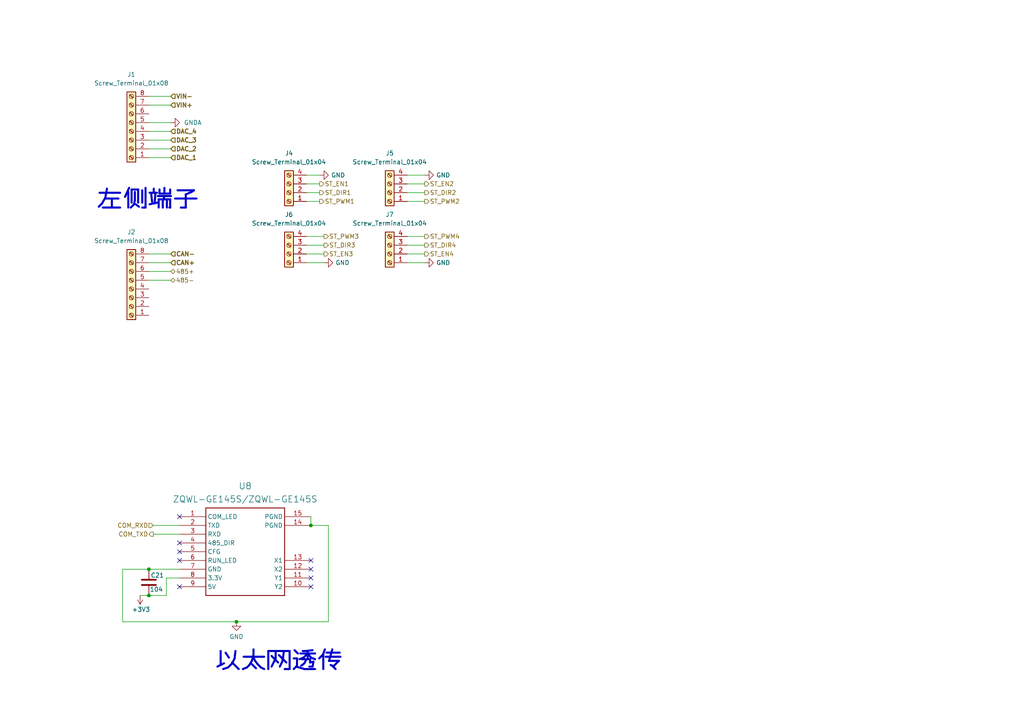
<source format=kicad_sch>
(kicad_sch
	(version 20231120)
	(generator "eeschema")
	(generator_version "8.0")
	(uuid "6f39f9fc-c2ed-40c0-aedd-5f66c3a66448")
	(paper "A4")
	(lib_symbols
		(symbol "Connector:Screw_Terminal_01x04"
			(pin_names
				(offset 1.016) hide)
			(exclude_from_sim no)
			(in_bom yes)
			(on_board yes)
			(property "Reference" "J"
				(at 0 5.08 0)
				(effects
					(font
						(size 1.27 1.27)
					)
				)
			)
			(property "Value" "Screw_Terminal_01x04"
				(at 0 -7.62 0)
				(effects
					(font
						(size 1.27 1.27)
					)
				)
			)
			(property "Footprint" ""
				(at 0 0 0)
				(effects
					(font
						(size 1.27 1.27)
					)
					(hide yes)
				)
			)
			(property "Datasheet" "~"
				(at 0 0 0)
				(effects
					(font
						(size 1.27 1.27)
					)
					(hide yes)
				)
			)
			(property "Description" "Generic screw terminal, single row, 01x04, script generated (kicad-library-utils/schlib/autogen/connector/)"
				(at 0 0 0)
				(effects
					(font
						(size 1.27 1.27)
					)
					(hide yes)
				)
			)
			(property "ki_keywords" "screw terminal"
				(at 0 0 0)
				(effects
					(font
						(size 1.27 1.27)
					)
					(hide yes)
				)
			)
			(property "ki_fp_filters" "TerminalBlock*:*"
				(at 0 0 0)
				(effects
					(font
						(size 1.27 1.27)
					)
					(hide yes)
				)
			)
			(symbol "Screw_Terminal_01x04_1_1"
				(rectangle
					(start -1.27 3.81)
					(end 1.27 -6.35)
					(stroke
						(width 0.254)
						(type default)
					)
					(fill
						(type background)
					)
				)
				(circle
					(center 0 -5.08)
					(radius 0.635)
					(stroke
						(width 0.1524)
						(type default)
					)
					(fill
						(type none)
					)
				)
				(circle
					(center 0 -2.54)
					(radius 0.635)
					(stroke
						(width 0.1524)
						(type default)
					)
					(fill
						(type none)
					)
				)
				(polyline
					(pts
						(xy -0.5334 -4.7498) (xy 0.3302 -5.588)
					)
					(stroke
						(width 0.1524)
						(type default)
					)
					(fill
						(type none)
					)
				)
				(polyline
					(pts
						(xy -0.5334 -2.2098) (xy 0.3302 -3.048)
					)
					(stroke
						(width 0.1524)
						(type default)
					)
					(fill
						(type none)
					)
				)
				(polyline
					(pts
						(xy -0.5334 0.3302) (xy 0.3302 -0.508)
					)
					(stroke
						(width 0.1524)
						(type default)
					)
					(fill
						(type none)
					)
				)
				(polyline
					(pts
						(xy -0.5334 2.8702) (xy 0.3302 2.032)
					)
					(stroke
						(width 0.1524)
						(type default)
					)
					(fill
						(type none)
					)
				)
				(polyline
					(pts
						(xy -0.3556 -4.572) (xy 0.508 -5.4102)
					)
					(stroke
						(width 0.1524)
						(type default)
					)
					(fill
						(type none)
					)
				)
				(polyline
					(pts
						(xy -0.3556 -2.032) (xy 0.508 -2.8702)
					)
					(stroke
						(width 0.1524)
						(type default)
					)
					(fill
						(type none)
					)
				)
				(polyline
					(pts
						(xy -0.3556 0.508) (xy 0.508 -0.3302)
					)
					(stroke
						(width 0.1524)
						(type default)
					)
					(fill
						(type none)
					)
				)
				(polyline
					(pts
						(xy -0.3556 3.048) (xy 0.508 2.2098)
					)
					(stroke
						(width 0.1524)
						(type default)
					)
					(fill
						(type none)
					)
				)
				(circle
					(center 0 0)
					(radius 0.635)
					(stroke
						(width 0.1524)
						(type default)
					)
					(fill
						(type none)
					)
				)
				(circle
					(center 0 2.54)
					(radius 0.635)
					(stroke
						(width 0.1524)
						(type default)
					)
					(fill
						(type none)
					)
				)
				(pin passive line
					(at -5.08 2.54 0)
					(length 3.81)
					(name "Pin_1"
						(effects
							(font
								(size 1.27 1.27)
							)
						)
					)
					(number "1"
						(effects
							(font
								(size 1.27 1.27)
							)
						)
					)
				)
				(pin passive line
					(at -5.08 0 0)
					(length 3.81)
					(name "Pin_2"
						(effects
							(font
								(size 1.27 1.27)
							)
						)
					)
					(number "2"
						(effects
							(font
								(size 1.27 1.27)
							)
						)
					)
				)
				(pin passive line
					(at -5.08 -2.54 0)
					(length 3.81)
					(name "Pin_3"
						(effects
							(font
								(size 1.27 1.27)
							)
						)
					)
					(number "3"
						(effects
							(font
								(size 1.27 1.27)
							)
						)
					)
				)
				(pin passive line
					(at -5.08 -5.08 0)
					(length 3.81)
					(name "Pin_4"
						(effects
							(font
								(size 1.27 1.27)
							)
						)
					)
					(number "4"
						(effects
							(font
								(size 1.27 1.27)
							)
						)
					)
				)
			)
		)
		(symbol "Connector:Screw_Terminal_01x08"
			(pin_names
				(offset 1.016) hide)
			(exclude_from_sim no)
			(in_bom yes)
			(on_board yes)
			(property "Reference" "J"
				(at 0 10.16 0)
				(effects
					(font
						(size 1.27 1.27)
					)
				)
			)
			(property "Value" "Screw_Terminal_01x08"
				(at 0 -12.7 0)
				(effects
					(font
						(size 1.27 1.27)
					)
				)
			)
			(property "Footprint" ""
				(at 0 0 0)
				(effects
					(font
						(size 1.27 1.27)
					)
					(hide yes)
				)
			)
			(property "Datasheet" "~"
				(at 0 0 0)
				(effects
					(font
						(size 1.27 1.27)
					)
					(hide yes)
				)
			)
			(property "Description" "Generic screw terminal, single row, 01x08, script generated (kicad-library-utils/schlib/autogen/connector/)"
				(at 0 0 0)
				(effects
					(font
						(size 1.27 1.27)
					)
					(hide yes)
				)
			)
			(property "ki_keywords" "screw terminal"
				(at 0 0 0)
				(effects
					(font
						(size 1.27 1.27)
					)
					(hide yes)
				)
			)
			(property "ki_fp_filters" "TerminalBlock*:*"
				(at 0 0 0)
				(effects
					(font
						(size 1.27 1.27)
					)
					(hide yes)
				)
			)
			(symbol "Screw_Terminal_01x08_1_1"
				(rectangle
					(start -1.27 8.89)
					(end 1.27 -11.43)
					(stroke
						(width 0.254)
						(type default)
					)
					(fill
						(type background)
					)
				)
				(circle
					(center 0 -10.16)
					(radius 0.635)
					(stroke
						(width 0.1524)
						(type default)
					)
					(fill
						(type none)
					)
				)
				(circle
					(center 0 -7.62)
					(radius 0.635)
					(stroke
						(width 0.1524)
						(type default)
					)
					(fill
						(type none)
					)
				)
				(circle
					(center 0 -5.08)
					(radius 0.635)
					(stroke
						(width 0.1524)
						(type default)
					)
					(fill
						(type none)
					)
				)
				(circle
					(center 0 -2.54)
					(radius 0.635)
					(stroke
						(width 0.1524)
						(type default)
					)
					(fill
						(type none)
					)
				)
				(polyline
					(pts
						(xy -0.5334 -9.8298) (xy 0.3302 -10.668)
					)
					(stroke
						(width 0.1524)
						(type default)
					)
					(fill
						(type none)
					)
				)
				(polyline
					(pts
						(xy -0.5334 -7.2898) (xy 0.3302 -8.128)
					)
					(stroke
						(width 0.1524)
						(type default)
					)
					(fill
						(type none)
					)
				)
				(polyline
					(pts
						(xy -0.5334 -4.7498) (xy 0.3302 -5.588)
					)
					(stroke
						(width 0.1524)
						(type default)
					)
					(fill
						(type none)
					)
				)
				(polyline
					(pts
						(xy -0.5334 -2.2098) (xy 0.3302 -3.048)
					)
					(stroke
						(width 0.1524)
						(type default)
					)
					(fill
						(type none)
					)
				)
				(polyline
					(pts
						(xy -0.5334 0.3302) (xy 0.3302 -0.508)
					)
					(stroke
						(width 0.1524)
						(type default)
					)
					(fill
						(type none)
					)
				)
				(polyline
					(pts
						(xy -0.5334 2.8702) (xy 0.3302 2.032)
					)
					(stroke
						(width 0.1524)
						(type default)
					)
					(fill
						(type none)
					)
				)
				(polyline
					(pts
						(xy -0.5334 5.4102) (xy 0.3302 4.572)
					)
					(stroke
						(width 0.1524)
						(type default)
					)
					(fill
						(type none)
					)
				)
				(polyline
					(pts
						(xy -0.5334 7.9502) (xy 0.3302 7.112)
					)
					(stroke
						(width 0.1524)
						(type default)
					)
					(fill
						(type none)
					)
				)
				(polyline
					(pts
						(xy -0.3556 -9.652) (xy 0.508 -10.4902)
					)
					(stroke
						(width 0.1524)
						(type default)
					)
					(fill
						(type none)
					)
				)
				(polyline
					(pts
						(xy -0.3556 -7.112) (xy 0.508 -7.9502)
					)
					(stroke
						(width 0.1524)
						(type default)
					)
					(fill
						(type none)
					)
				)
				(polyline
					(pts
						(xy -0.3556 -4.572) (xy 0.508 -5.4102)
					)
					(stroke
						(width 0.1524)
						(type default)
					)
					(fill
						(type none)
					)
				)
				(polyline
					(pts
						(xy -0.3556 -2.032) (xy 0.508 -2.8702)
					)
					(stroke
						(width 0.1524)
						(type default)
					)
					(fill
						(type none)
					)
				)
				(polyline
					(pts
						(xy -0.3556 0.508) (xy 0.508 -0.3302)
					)
					(stroke
						(width 0.1524)
						(type default)
					)
					(fill
						(type none)
					)
				)
				(polyline
					(pts
						(xy -0.3556 3.048) (xy 0.508 2.2098)
					)
					(stroke
						(width 0.1524)
						(type default)
					)
					(fill
						(type none)
					)
				)
				(polyline
					(pts
						(xy -0.3556 5.588) (xy 0.508 4.7498)
					)
					(stroke
						(width 0.1524)
						(type default)
					)
					(fill
						(type none)
					)
				)
				(polyline
					(pts
						(xy -0.3556 8.128) (xy 0.508 7.2898)
					)
					(stroke
						(width 0.1524)
						(type default)
					)
					(fill
						(type none)
					)
				)
				(circle
					(center 0 0)
					(radius 0.635)
					(stroke
						(width 0.1524)
						(type default)
					)
					(fill
						(type none)
					)
				)
				(circle
					(center 0 2.54)
					(radius 0.635)
					(stroke
						(width 0.1524)
						(type default)
					)
					(fill
						(type none)
					)
				)
				(circle
					(center 0 5.08)
					(radius 0.635)
					(stroke
						(width 0.1524)
						(type default)
					)
					(fill
						(type none)
					)
				)
				(circle
					(center 0 7.62)
					(radius 0.635)
					(stroke
						(width 0.1524)
						(type default)
					)
					(fill
						(type none)
					)
				)
				(pin passive line
					(at -5.08 7.62 0)
					(length 3.81)
					(name "Pin_1"
						(effects
							(font
								(size 1.27 1.27)
							)
						)
					)
					(number "1"
						(effects
							(font
								(size 1.27 1.27)
							)
						)
					)
				)
				(pin passive line
					(at -5.08 5.08 0)
					(length 3.81)
					(name "Pin_2"
						(effects
							(font
								(size 1.27 1.27)
							)
						)
					)
					(number "2"
						(effects
							(font
								(size 1.27 1.27)
							)
						)
					)
				)
				(pin passive line
					(at -5.08 2.54 0)
					(length 3.81)
					(name "Pin_3"
						(effects
							(font
								(size 1.27 1.27)
							)
						)
					)
					(number "3"
						(effects
							(font
								(size 1.27 1.27)
							)
						)
					)
				)
				(pin passive line
					(at -5.08 0 0)
					(length 3.81)
					(name "Pin_4"
						(effects
							(font
								(size 1.27 1.27)
							)
						)
					)
					(number "4"
						(effects
							(font
								(size 1.27 1.27)
							)
						)
					)
				)
				(pin passive line
					(at -5.08 -2.54 0)
					(length 3.81)
					(name "Pin_5"
						(effects
							(font
								(size 1.27 1.27)
							)
						)
					)
					(number "5"
						(effects
							(font
								(size 1.27 1.27)
							)
						)
					)
				)
				(pin passive line
					(at -5.08 -5.08 0)
					(length 3.81)
					(name "Pin_6"
						(effects
							(font
								(size 1.27 1.27)
							)
						)
					)
					(number "6"
						(effects
							(font
								(size 1.27 1.27)
							)
						)
					)
				)
				(pin passive line
					(at -5.08 -7.62 0)
					(length 3.81)
					(name "Pin_7"
						(effects
							(font
								(size 1.27 1.27)
							)
						)
					)
					(number "7"
						(effects
							(font
								(size 1.27 1.27)
							)
						)
					)
				)
				(pin passive line
					(at -5.08 -10.16 0)
					(length 3.81)
					(name "Pin_8"
						(effects
							(font
								(size 1.27 1.27)
							)
						)
					)
					(number "8"
						(effects
							(font
								(size 1.27 1.27)
							)
						)
					)
				)
			)
		)
		(symbol "Device:C"
			(pin_numbers hide)
			(pin_names
				(offset 0.254)
			)
			(exclude_from_sim no)
			(in_bom yes)
			(on_board yes)
			(property "Reference" "C"
				(at 0.635 2.54 0)
				(effects
					(font
						(size 1.27 1.27)
					)
					(justify left)
				)
			)
			(property "Value" "C"
				(at 0.635 -2.54 0)
				(effects
					(font
						(size 1.27 1.27)
					)
					(justify left)
				)
			)
			(property "Footprint" ""
				(at 0.9652 -3.81 0)
				(effects
					(font
						(size 1.27 1.27)
					)
					(hide yes)
				)
			)
			(property "Datasheet" "~"
				(at 0 0 0)
				(effects
					(font
						(size 1.27 1.27)
					)
					(hide yes)
				)
			)
			(property "Description" "Unpolarized capacitor"
				(at 0 0 0)
				(effects
					(font
						(size 1.27 1.27)
					)
					(hide yes)
				)
			)
			(property "ki_keywords" "cap capacitor"
				(at 0 0 0)
				(effects
					(font
						(size 1.27 1.27)
					)
					(hide yes)
				)
			)
			(property "ki_fp_filters" "C_*"
				(at 0 0 0)
				(effects
					(font
						(size 1.27 1.27)
					)
					(hide yes)
				)
			)
			(symbol "C_0_1"
				(polyline
					(pts
						(xy -2.032 -0.762) (xy 2.032 -0.762)
					)
					(stroke
						(width 0.508)
						(type default)
					)
					(fill
						(type none)
					)
				)
				(polyline
					(pts
						(xy -2.032 0.762) (xy 2.032 0.762)
					)
					(stroke
						(width 0.508)
						(type default)
					)
					(fill
						(type none)
					)
				)
			)
			(symbol "C_1_1"
				(pin passive line
					(at 0 3.81 270)
					(length 2.794)
					(name "~"
						(effects
							(font
								(size 1.27 1.27)
							)
						)
					)
					(number "1"
						(effects
							(font
								(size 1.27 1.27)
							)
						)
					)
				)
				(pin passive line
					(at 0 -3.81 90)
					(length 2.794)
					(name "~"
						(effects
							(font
								(size 1.27 1.27)
							)
						)
					)
					(number "2"
						(effects
							(font
								(size 1.27 1.27)
							)
						)
					)
				)
			)
		)
		(symbol "MY_Library:ZQWL-GE145S/ZQWL-GE145S"
			(exclude_from_sim no)
			(in_bom yes)
			(on_board yes)
			(property "Reference" "U"
				(at -1.27 1.27 0)
				(effects
					(font
						(size 1.8288 1.8288)
					)
				)
			)
			(property "Value" "ZQWL-GE145S/ZQWL-GE145S"
				(at 1.016 3.302 0)
				(effects
					(font
						(size 1.8288 1.8288)
					)
					(justify left bottom)
				)
			)
			(property "Footprint" "MYLibrary:ZQWL-GE145S_ZQWL-GE105S"
				(at 0 0 0)
				(effects
					(font
						(size 1.27 1.27)
					)
					(hide yes)
				)
			)
			(property "Datasheet" ""
				(at 0 0 0)
				(effects
					(font
						(size 1.27 1.27)
					)
					(hide yes)
				)
			)
			(property "Description" ""
				(at 0 0 0)
				(effects
					(font
						(size 1.27 1.27)
					)
					(hide yes)
				)
			)
			(property "ki_fp_filters" "*GE145S*"
				(at 0 0 0)
				(effects
					(font
						(size 1.27 1.27)
					)
					(hide yes)
				)
			)
			(symbol "ZQWL-GE145S/ZQWL-GE145S_1_0"
				(polyline
					(pts
						(xy 22.86 -25.4) (xy 0 -25.4) (xy 0 0) (xy 22.86 0) (xy 22.86 -25.4)
					)
					(stroke
						(width 0.254)
						(type solid)
					)
					(fill
						(type none)
					)
				)
				(pin passive line
					(at -7.62 -2.54 0)
					(length 7.62)
					(name "COM_LED"
						(effects
							(font
								(size 1.27 1.27)
							)
						)
					)
					(number "1"
						(effects
							(font
								(size 1.27 1.27)
							)
						)
					)
				)
				(pin passive line
					(at 30.48 -22.86 180)
					(length 7.62)
					(name "Y2"
						(effects
							(font
								(size 1.27 1.27)
							)
						)
					)
					(number "10"
						(effects
							(font
								(size 1.27 1.27)
							)
						)
					)
				)
				(pin passive line
					(at 30.48 -20.32 180)
					(length 7.62)
					(name "Y1"
						(effects
							(font
								(size 1.27 1.27)
							)
						)
					)
					(number "11"
						(effects
							(font
								(size 1.27 1.27)
							)
						)
					)
				)
				(pin passive line
					(at 30.48 -17.78 180)
					(length 7.62)
					(name "X2"
						(effects
							(font
								(size 1.27 1.27)
							)
						)
					)
					(number "12"
						(effects
							(font
								(size 1.27 1.27)
							)
						)
					)
				)
				(pin passive line
					(at 30.48 -15.24 180)
					(length 7.62)
					(name "X1"
						(effects
							(font
								(size 1.27 1.27)
							)
						)
					)
					(number "13"
						(effects
							(font
								(size 1.27 1.27)
							)
						)
					)
				)
				(pin passive line
					(at 30.48 -5.08 180)
					(length 7.62)
					(name "PGND"
						(effects
							(font
								(size 1.27 1.27)
							)
						)
					)
					(number "14"
						(effects
							(font
								(size 1.27 1.27)
							)
						)
					)
				)
				(pin passive line
					(at 30.48 -2.54 180)
					(length 7.62)
					(name "PGND"
						(effects
							(font
								(size 1.27 1.27)
							)
						)
					)
					(number "15"
						(effects
							(font
								(size 1.27 1.27)
							)
						)
					)
				)
				(pin passive line
					(at -7.62 -5.08 0)
					(length 7.62)
					(name "TXD"
						(effects
							(font
								(size 1.27 1.27)
							)
						)
					)
					(number "2"
						(effects
							(font
								(size 1.27 1.27)
							)
						)
					)
				)
				(pin passive line
					(at -7.62 -7.62 0)
					(length 7.62)
					(name "RXD"
						(effects
							(font
								(size 1.27 1.27)
							)
						)
					)
					(number "3"
						(effects
							(font
								(size 1.27 1.27)
							)
						)
					)
				)
				(pin passive line
					(at -7.62 -10.16 0)
					(length 7.62)
					(name "485_DIR"
						(effects
							(font
								(size 1.27 1.27)
							)
						)
					)
					(number "4"
						(effects
							(font
								(size 1.27 1.27)
							)
						)
					)
				)
				(pin passive line
					(at -7.62 -12.7 0)
					(length 7.62)
					(name "CFG"
						(effects
							(font
								(size 1.27 1.27)
							)
						)
					)
					(number "5"
						(effects
							(font
								(size 1.27 1.27)
							)
						)
					)
				)
				(pin passive line
					(at -7.62 -15.24 0)
					(length 7.62)
					(name "RUN_LED"
						(effects
							(font
								(size 1.27 1.27)
							)
						)
					)
					(number "6"
						(effects
							(font
								(size 1.27 1.27)
							)
						)
					)
				)
				(pin passive line
					(at -7.62 -17.78 0)
					(length 7.62)
					(name "GND"
						(effects
							(font
								(size 1.27 1.27)
							)
						)
					)
					(number "7"
						(effects
							(font
								(size 1.27 1.27)
							)
						)
					)
				)
				(pin passive line
					(at -7.62 -20.32 0)
					(length 7.62)
					(name "3.3V"
						(effects
							(font
								(size 1.27 1.27)
							)
						)
					)
					(number "8"
						(effects
							(font
								(size 1.27 1.27)
							)
						)
					)
				)
				(pin passive line
					(at -7.62 -22.86 0)
					(length 7.62)
					(name "5V"
						(effects
							(font
								(size 1.27 1.27)
							)
						)
					)
					(number "9"
						(effects
							(font
								(size 1.27 1.27)
							)
						)
					)
				)
			)
		)
		(symbol "power:+3V3"
			(power)
			(pin_names
				(offset 0)
			)
			(exclude_from_sim no)
			(in_bom yes)
			(on_board yes)
			(property "Reference" "#PWR"
				(at 0 -3.81 0)
				(effects
					(font
						(size 1.27 1.27)
					)
					(hide yes)
				)
			)
			(property "Value" "+3V3"
				(at 0 3.556 0)
				(effects
					(font
						(size 1.27 1.27)
					)
				)
			)
			(property "Footprint" ""
				(at 0 0 0)
				(effects
					(font
						(size 1.27 1.27)
					)
					(hide yes)
				)
			)
			(property "Datasheet" ""
				(at 0 0 0)
				(effects
					(font
						(size 1.27 1.27)
					)
					(hide yes)
				)
			)
			(property "Description" "Power symbol creates a global label with name \"+3V3\""
				(at 0 0 0)
				(effects
					(font
						(size 1.27 1.27)
					)
					(hide yes)
				)
			)
			(property "ki_keywords" "global power"
				(at 0 0 0)
				(effects
					(font
						(size 1.27 1.27)
					)
					(hide yes)
				)
			)
			(symbol "+3V3_0_1"
				(polyline
					(pts
						(xy -0.762 1.27) (xy 0 2.54)
					)
					(stroke
						(width 0)
						(type default)
					)
					(fill
						(type none)
					)
				)
				(polyline
					(pts
						(xy 0 0) (xy 0 2.54)
					)
					(stroke
						(width 0)
						(type default)
					)
					(fill
						(type none)
					)
				)
				(polyline
					(pts
						(xy 0 2.54) (xy 0.762 1.27)
					)
					(stroke
						(width 0)
						(type default)
					)
					(fill
						(type none)
					)
				)
			)
			(symbol "+3V3_1_1"
				(pin power_in line
					(at 0 0 90)
					(length 0) hide
					(name "+3V3"
						(effects
							(font
								(size 1.27 1.27)
							)
						)
					)
					(number "1"
						(effects
							(font
								(size 1.27 1.27)
							)
						)
					)
				)
			)
		)
		(symbol "power:GND"
			(power)
			(pin_names
				(offset 0)
			)
			(exclude_from_sim no)
			(in_bom yes)
			(on_board yes)
			(property "Reference" "#PWR"
				(at 0 -6.35 0)
				(effects
					(font
						(size 1.27 1.27)
					)
					(hide yes)
				)
			)
			(property "Value" "GND"
				(at 0 -3.81 0)
				(effects
					(font
						(size 1.27 1.27)
					)
				)
			)
			(property "Footprint" ""
				(at 0 0 0)
				(effects
					(font
						(size 1.27 1.27)
					)
					(hide yes)
				)
			)
			(property "Datasheet" ""
				(at 0 0 0)
				(effects
					(font
						(size 1.27 1.27)
					)
					(hide yes)
				)
			)
			(property "Description" "Power symbol creates a global label with name \"GND\" , ground"
				(at 0 0 0)
				(effects
					(font
						(size 1.27 1.27)
					)
					(hide yes)
				)
			)
			(property "ki_keywords" "global power"
				(at 0 0 0)
				(effects
					(font
						(size 1.27 1.27)
					)
					(hide yes)
				)
			)
			(symbol "GND_0_1"
				(polyline
					(pts
						(xy 0 0) (xy 0 -1.27) (xy 1.27 -1.27) (xy 0 -2.54) (xy -1.27 -1.27) (xy 0 -1.27)
					)
					(stroke
						(width 0)
						(type default)
					)
					(fill
						(type none)
					)
				)
			)
			(symbol "GND_1_1"
				(pin power_in line
					(at 0 0 270)
					(length 0) hide
					(name "GND"
						(effects
							(font
								(size 1.27 1.27)
							)
						)
					)
					(number "1"
						(effects
							(font
								(size 1.27 1.27)
							)
						)
					)
				)
			)
		)
		(symbol "power:GNDA"
			(power)
			(pin_names
				(offset 0)
			)
			(exclude_from_sim no)
			(in_bom yes)
			(on_board yes)
			(property "Reference" "#PWR"
				(at 0 -6.35 0)
				(effects
					(font
						(size 1.27 1.27)
					)
					(hide yes)
				)
			)
			(property "Value" "GNDA"
				(at 0 -3.81 0)
				(effects
					(font
						(size 1.27 1.27)
					)
				)
			)
			(property "Footprint" ""
				(at 0 0 0)
				(effects
					(font
						(size 1.27 1.27)
					)
					(hide yes)
				)
			)
			(property "Datasheet" ""
				(at 0 0 0)
				(effects
					(font
						(size 1.27 1.27)
					)
					(hide yes)
				)
			)
			(property "Description" "Power symbol creates a global label with name \"GNDA\" , analog ground"
				(at 0 0 0)
				(effects
					(font
						(size 1.27 1.27)
					)
					(hide yes)
				)
			)
			(property "ki_keywords" "global power"
				(at 0 0 0)
				(effects
					(font
						(size 1.27 1.27)
					)
					(hide yes)
				)
			)
			(symbol "GNDA_0_1"
				(polyline
					(pts
						(xy 0 0) (xy 0 -1.27) (xy 1.27 -1.27) (xy 0 -2.54) (xy -1.27 -1.27) (xy 0 -1.27)
					)
					(stroke
						(width 0)
						(type default)
					)
					(fill
						(type none)
					)
				)
			)
			(symbol "GNDA_1_1"
				(pin power_in line
					(at 0 0 270)
					(length 0) hide
					(name "GNDA"
						(effects
							(font
								(size 1.27 1.27)
							)
						)
					)
					(number "1"
						(effects
							(font
								(size 1.27 1.27)
							)
						)
					)
				)
			)
		)
	)
	(junction
		(at 90.17 152.4)
		(diameter 0)
		(color 0 0 0 0)
		(uuid "02b12dfe-73c9-423d-9609-28d62b284ad2")
	)
	(junction
		(at 68.58 180.34)
		(diameter 0)
		(color 0 0 0 0)
		(uuid "0d46a90a-88a4-43d7-82d9-f015f4529b74")
	)
	(junction
		(at 43.18 165.1)
		(diameter 0)
		(color 0 0 0 0)
		(uuid "d5d6d5d8-03a1-462a-940d-af310b736e4b")
	)
	(junction
		(at 43.18 172.72)
		(diameter 0)
		(color 0 0 0 0)
		(uuid "d7ab218c-84b4-4fdf-bdb5-27e8e296ec64")
	)
	(no_connect
		(at 52.07 170.18)
		(uuid "0d1aed7b-ce0a-4564-a66a-4eafccb12da2")
	)
	(no_connect
		(at 52.07 160.02)
		(uuid "11b804ee-da22-454d-aab2-7beff6dc24c8")
	)
	(no_connect
		(at 52.07 157.48)
		(uuid "1357f610-44e6-4255-a6d7-70d342dd302e")
	)
	(no_connect
		(at 90.17 167.64)
		(uuid "13bd9b53-fb26-45e8-8fb5-9ac926a2a7e5")
	)
	(no_connect
		(at 90.17 170.18)
		(uuid "2fe423cf-2bef-4523-a579-6d2e680021d6")
	)
	(no_connect
		(at 90.17 162.56)
		(uuid "42327d3d-bbb0-4177-9170-29eb66d2f899")
	)
	(no_connect
		(at 90.17 165.1)
		(uuid "77bc46dd-34d0-4cf4-a21e-de0c9ccefd89")
	)
	(no_connect
		(at 52.07 149.86)
		(uuid "ac234c1e-3a65-45ad-a93c-527a19c9d587")
	)
	(no_connect
		(at 52.07 162.56)
		(uuid "f45e1269-c2c2-4b21-9659-356d10075112")
	)
	(wire
		(pts
			(xy 43.18 27.94) (xy 49.53 27.94)
		)
		(stroke
			(width 0)
			(type default)
		)
		(uuid "00db4c10-d31e-484e-9ac3-cf04e9ef3df9")
	)
	(wire
		(pts
			(xy 88.9 50.8) (xy 92.71 50.8)
		)
		(stroke
			(width 0)
			(type default)
		)
		(uuid "019789db-c4e0-44a3-8b7e-fb9d48668272")
	)
	(wire
		(pts
			(xy 118.11 71.12) (xy 123.19 71.12)
		)
		(stroke
			(width 0)
			(type default)
		)
		(uuid "05637cb8-416b-49a3-ad9d-dceac6d46fb4")
	)
	(wire
		(pts
			(xy 118.11 58.42) (xy 123.19 58.42)
		)
		(stroke
			(width 0)
			(type default)
		)
		(uuid "0fc0c758-e678-4c4e-9932-99bc27c86cb2")
	)
	(wire
		(pts
			(xy 43.18 73.66) (xy 49.53 73.66)
		)
		(stroke
			(width 0)
			(type default)
		)
		(uuid "15798f02-6e37-4137-92bb-98b825f507b9")
	)
	(wire
		(pts
			(xy 40.64 172.72) (xy 43.18 172.72)
		)
		(stroke
			(width 0)
			(type default)
		)
		(uuid "1d3e253d-c396-43b5-aa0a-a09f9b0088f4")
	)
	(wire
		(pts
			(xy 48.26 167.64) (xy 52.07 167.64)
		)
		(stroke
			(width 0)
			(type default)
		)
		(uuid "2601adf1-d8ae-441f-90a8-e95d295b5e69")
	)
	(wire
		(pts
			(xy 43.18 76.2) (xy 49.53 76.2)
		)
		(stroke
			(width 0)
			(type default)
		)
		(uuid "2d9568c6-2abe-40e3-aaf5-0be6a6f1e772")
	)
	(wire
		(pts
			(xy 43.18 40.64) (xy 49.53 40.64)
		)
		(stroke
			(width 0)
			(type default)
		)
		(uuid "383f2bd0-3805-40fa-8f99-be87c652d6a4")
	)
	(wire
		(pts
			(xy 118.11 68.58) (xy 123.19 68.58)
		)
		(stroke
			(width 0)
			(type default)
		)
		(uuid "43e48e4c-b2ce-45a1-af49-b10a1a9e2dcb")
	)
	(wire
		(pts
			(xy 118.11 76.2) (xy 123.19 76.2)
		)
		(stroke
			(width 0)
			(type default)
		)
		(uuid "442be039-c3e3-4aaa-865f-91fb29892fc2")
	)
	(wire
		(pts
			(xy 43.18 35.56) (xy 49.53 35.56)
		)
		(stroke
			(width 0)
			(type default)
		)
		(uuid "486df82b-af22-4dbb-a3ea-074e2bae9aa4")
	)
	(wire
		(pts
			(xy 43.18 38.1) (xy 49.53 38.1)
		)
		(stroke
			(width 0)
			(type default)
		)
		(uuid "51abb11a-f332-48f5-8f71-48e60d0000d7")
	)
	(wire
		(pts
			(xy 88.9 55.88) (xy 92.71 55.88)
		)
		(stroke
			(width 0)
			(type default)
		)
		(uuid "53967be8-4bae-4177-862c-633bf58e76df")
	)
	(wire
		(pts
			(xy 43.18 30.48) (xy 49.53 30.48)
		)
		(stroke
			(width 0)
			(type default)
		)
		(uuid "5fab6319-ec83-4649-a854-27de2fc18be7")
	)
	(wire
		(pts
			(xy 68.58 180.34) (xy 95.25 180.34)
		)
		(stroke
			(width 0)
			(type default)
		)
		(uuid "6ed3f2a9-619e-427b-84df-68d4e1d265ca")
	)
	(wire
		(pts
			(xy 88.9 58.42) (xy 92.71 58.42)
		)
		(stroke
			(width 0)
			(type default)
		)
		(uuid "7408a4a4-3ddf-498a-99bb-716888f89363")
	)
	(wire
		(pts
			(xy 90.17 149.86) (xy 90.17 152.4)
		)
		(stroke
			(width 0)
			(type default)
		)
		(uuid "751ec7fa-8d21-4b1f-bd7a-dbe0f59017d6")
	)
	(wire
		(pts
			(xy 43.18 43.18) (xy 49.53 43.18)
		)
		(stroke
			(width 0)
			(type default)
		)
		(uuid "78d35363-b243-49d9-8ebb-52a310081302")
	)
	(wire
		(pts
			(xy 95.25 152.4) (xy 90.17 152.4)
		)
		(stroke
			(width 0)
			(type default)
		)
		(uuid "791fb4ff-6126-4350-b830-3478e8aab896")
	)
	(wire
		(pts
			(xy 118.11 55.88) (xy 123.19 55.88)
		)
		(stroke
			(width 0)
			(type default)
		)
		(uuid "850e5165-dced-4e48-a50b-714faf6f27cc")
	)
	(wire
		(pts
			(xy 88.9 53.34) (xy 92.71 53.34)
		)
		(stroke
			(width 0)
			(type default)
		)
		(uuid "8ae255e1-b99d-45ca-ae19-4b5e26a33945")
	)
	(wire
		(pts
			(xy 35.56 165.1) (xy 43.18 165.1)
		)
		(stroke
			(width 0)
			(type default)
		)
		(uuid "9a3c429d-894d-4377-a999-6f15ca1dba81")
	)
	(wire
		(pts
			(xy 118.11 53.34) (xy 123.19 53.34)
		)
		(stroke
			(width 0)
			(type default)
		)
		(uuid "a335d16d-97f2-4bbc-b223-7719a5d8961e")
	)
	(wire
		(pts
			(xy 43.18 81.28) (xy 49.53 81.28)
		)
		(stroke
			(width 0)
			(type default)
		)
		(uuid "ab4be7f9-7078-492b-8d2d-06c6dd102fca")
	)
	(wire
		(pts
			(xy 43.18 172.72) (xy 48.26 172.72)
		)
		(stroke
			(width 0)
			(type default)
		)
		(uuid "afead570-0b0d-47f6-b9c8-9b69c9bbcfe4")
	)
	(wire
		(pts
			(xy 43.18 165.1) (xy 52.07 165.1)
		)
		(stroke
			(width 0)
			(type default)
		)
		(uuid "b0ac237e-6a43-4ba3-b894-d9c2bbcaed2a")
	)
	(wire
		(pts
			(xy 48.26 172.72) (xy 48.26 167.64)
		)
		(stroke
			(width 0)
			(type default)
		)
		(uuid "b5dde6ef-49df-4fa1-b7d0-4181db61c4cd")
	)
	(wire
		(pts
			(xy 88.9 71.12) (xy 93.98 71.12)
		)
		(stroke
			(width 0)
			(type default)
		)
		(uuid "b8af050a-8ab9-4799-9db7-d9bb3301eac6")
	)
	(wire
		(pts
			(xy 88.9 68.58) (xy 93.98 68.58)
		)
		(stroke
			(width 0)
			(type default)
		)
		(uuid "bc02936a-0cb9-4b0c-8273-63898a3c0df5")
	)
	(wire
		(pts
			(xy 35.56 165.1) (xy 35.56 180.34)
		)
		(stroke
			(width 0)
			(type default)
		)
		(uuid "c20eb61a-30c2-467d-8d40-a6bb2f811bce")
	)
	(wire
		(pts
			(xy 88.9 76.2) (xy 93.98 76.2)
		)
		(stroke
			(width 0)
			(type default)
		)
		(uuid "ce8e9679-a1a9-487c-bc62-e4d586214d06")
	)
	(wire
		(pts
			(xy 118.11 73.66) (xy 123.19 73.66)
		)
		(stroke
			(width 0)
			(type default)
		)
		(uuid "d177097f-ad60-4a5e-ac66-5b24fafac866")
	)
	(wire
		(pts
			(xy 35.56 180.34) (xy 68.58 180.34)
		)
		(stroke
			(width 0)
			(type default)
		)
		(uuid "d6c42959-cf5b-42b9-a778-d1104553ba31")
	)
	(wire
		(pts
			(xy 44.45 154.94) (xy 52.07 154.94)
		)
		(stroke
			(width 0)
			(type default)
		)
		(uuid "d6d904dd-2901-462e-9884-3c3f5df979b7")
	)
	(wire
		(pts
			(xy 44.45 152.4) (xy 52.07 152.4)
		)
		(stroke
			(width 0)
			(type default)
		)
		(uuid "d757d329-cc18-4ae5-933d-664166db3ddb")
	)
	(wire
		(pts
			(xy 43.18 45.72) (xy 49.53 45.72)
		)
		(stroke
			(width 0)
			(type default)
		)
		(uuid "d819347b-3321-4acf-8878-2c0853944298")
	)
	(wire
		(pts
			(xy 88.9 73.66) (xy 93.98 73.66)
		)
		(stroke
			(width 0)
			(type default)
		)
		(uuid "dcafa65a-db4c-4330-bb8c-8c6e9e40f956")
	)
	(wire
		(pts
			(xy 118.11 50.8) (xy 123.19 50.8)
		)
		(stroke
			(width 0)
			(type default)
		)
		(uuid "defcb78e-cf25-4a11-a0bc-9ae6f2b6c5ed")
	)
	(wire
		(pts
			(xy 43.18 78.74) (xy 49.53 78.74)
		)
		(stroke
			(width 0)
			(type default)
		)
		(uuid "f16c966f-119e-47fd-b584-fbfb9b8bd46e")
	)
	(wire
		(pts
			(xy 95.25 180.34) (xy 95.25 152.4)
		)
		(stroke
			(width 0)
			(type default)
		)
		(uuid "f327906d-608a-473c-9ad6-6110de98f40a")
	)
	(text "以太网透传"
		(exclude_from_sim no)
		(at 81.026 192.024 0)
		(effects
			(font
				(size 5 5)
				(thickness 0.6)
				(bold yes)
			)
		)
		(uuid "a17cea06-2f58-4875-9213-095e1a18a3a1")
	)
	(text "左侧端子\n"
		(exclude_from_sim no)
		(at 42.926 58.166 0)
		(effects
			(font
				(size 5 5)
				(thickness 0.6)
				(bold yes)
			)
		)
		(uuid "a3012f25-0ea8-4c47-b507-cfb47fb4d08c")
	)
	(hierarchical_label "ST_PWM1"
		(shape output)
		(at 92.71 58.42 0)
		(fields_autoplaced yes)
		(effects
			(font
				(size 1.27 1.27)
			)
			(justify left)
		)
		(uuid "0b88c83e-2e83-40e6-8c29-d9ed53bc1ba9")
	)
	(hierarchical_label "ST_DIR2"
		(shape output)
		(at 123.19 55.88 0)
		(fields_autoplaced yes)
		(effects
			(font
				(size 1.27 1.27)
			)
			(justify left)
		)
		(uuid "27688c4f-ea90-45d8-a724-f77bf8ced871")
	)
	(hierarchical_label "DAC_2"
		(shape input)
		(at 49.53 43.18 0)
		(fields_autoplaced yes)
		(effects
			(font
				(size 1.27 1.27)
				(bold yes)
			)
			(justify left)
		)
		(uuid "297207c8-67b2-4892-937e-997182af2eb4")
	)
	(hierarchical_label "DAC_1"
		(shape input)
		(at 49.53 45.72 0)
		(fields_autoplaced yes)
		(effects
			(font
				(size 1.27 1.27)
				(bold yes)
			)
			(justify left)
		)
		(uuid "380c9b09-d7af-416e-adec-659d2109dc2f")
	)
	(hierarchical_label "DAC_3"
		(shape input)
		(at 49.53 40.64 0)
		(fields_autoplaced yes)
		(effects
			(font
				(size 1.27 1.27)
				(bold yes)
			)
			(justify left)
		)
		(uuid "3da92626-3eaf-41b8-bf23-221cdeacdde0")
	)
	(hierarchical_label "CAN+"
		(shape input)
		(at 49.53 76.2 0)
		(fields_autoplaced yes)
		(effects
			(font
				(size 1.27 1.27)
				(bold yes)
			)
			(justify left)
		)
		(uuid "417257ae-4b66-4335-830b-1426949ff550")
	)
	(hierarchical_label "ST_DIR1"
		(shape output)
		(at 92.71 55.88 0)
		(fields_autoplaced yes)
		(effects
			(font
				(size 1.27 1.27)
			)
			(justify left)
		)
		(uuid "454ed56e-cda6-4aad-a684-2ae218d378b5")
	)
	(hierarchical_label "ST_PWM3"
		(shape output)
		(at 93.98 68.58 0)
		(fields_autoplaced yes)
		(effects
			(font
				(size 1.27 1.27)
			)
			(justify left)
		)
		(uuid "47ca7ebf-4295-404b-871f-3c0bfba5a9ec")
	)
	(hierarchical_label "ST_EN1"
		(shape output)
		(at 92.71 53.34 0)
		(fields_autoplaced yes)
		(effects
			(font
				(size 1.27 1.27)
			)
			(justify left)
		)
		(uuid "552757f8-44d5-43cb-a7d4-33c1ece94904")
	)
	(hierarchical_label "ST_EN4"
		(shape output)
		(at 123.19 73.66 0)
		(fields_autoplaced yes)
		(effects
			(font
				(size 1.27 1.27)
			)
			(justify left)
		)
		(uuid "758e4408-7c30-4f3c-a82f-43a38ec6f9ca")
	)
	(hierarchical_label "ST_DIR4"
		(shape output)
		(at 123.19 71.12 0)
		(fields_autoplaced yes)
		(effects
			(font
				(size 1.27 1.27)
			)
			(justify left)
		)
		(uuid "767e6e1e-5962-4e3a-9a0c-c0974fa3dbb2")
	)
	(hierarchical_label "485-"
		(shape bidirectional)
		(at 49.53 81.28 0)
		(fields_autoplaced yes)
		(effects
			(font
				(size 1.27 1.27)
			)
			(justify left)
		)
		(uuid "86b40760-ee0e-4755-b69d-cd0b3f9c4bc8")
	)
	(hierarchical_label "VIN+"
		(shape input)
		(at 49.53 30.48 0)
		(fields_autoplaced yes)
		(effects
			(font
				(size 1.27 1.27)
				(bold yes)
			)
			(justify left)
		)
		(uuid "880988de-76e5-472a-af26-296b23824147")
	)
	(hierarchical_label "ST_PWM4"
		(shape output)
		(at 123.19 68.58 0)
		(fields_autoplaced yes)
		(effects
			(font
				(size 1.27 1.27)
			)
			(justify left)
		)
		(uuid "8d6c5a1d-e24e-4798-8313-fe4afb3584b5")
	)
	(hierarchical_label "ST_DIR3"
		(shape output)
		(at 93.98 71.12 0)
		(fields_autoplaced yes)
		(effects
			(font
				(size 1.27 1.27)
			)
			(justify left)
		)
		(uuid "90e0975f-022a-41c8-a994-5cc5d6cdafd6")
	)
	(hierarchical_label "ST_PWM2"
		(shape output)
		(at 123.19 58.42 0)
		(fields_autoplaced yes)
		(effects
			(font
				(size 1.27 1.27)
			)
			(justify left)
		)
		(uuid "a4c628b7-7c0f-4937-932f-84258422849c")
	)
	(hierarchical_label "COM_RXD"
		(shape input)
		(at 44.45 152.4 180)
		(fields_autoplaced yes)
		(effects
			(font
				(size 1.27 1.27)
			)
			(justify right)
		)
		(uuid "bbcf13c3-6ea3-47fa-9cc6-7b1d1b209cfe")
	)
	(hierarchical_label "ST_EN3"
		(shape output)
		(at 93.98 73.66 0)
		(fields_autoplaced yes)
		(effects
			(font
				(size 1.27 1.27)
			)
			(justify left)
		)
		(uuid "bc894469-729a-44e0-86c5-f1a15485aca9")
	)
	(hierarchical_label "CAN-"
		(shape input)
		(at 49.53 73.66 0)
		(fields_autoplaced yes)
		(effects
			(font
				(size 1.27 1.27)
				(bold yes)
			)
			(justify left)
		)
		(uuid "c3ced8fd-b29a-4d7e-bb0e-358cc0204e53")
	)
	(hierarchical_label "DAC_4"
		(shape input)
		(at 49.53 38.1 0)
		(fields_autoplaced yes)
		(effects
			(font
				(size 1.27 1.27)
				(bold yes)
			)
			(justify left)
		)
		(uuid "c50b86da-86b5-49d8-b30f-809b9a3215df")
	)
	(hierarchical_label "VIN-"
		(shape input)
		(at 49.53 27.94 0)
		(fields_autoplaced yes)
		(effects
			(font
				(size 1.27 1.27)
				(bold yes)
			)
			(justify left)
		)
		(uuid "deb44a0e-5df6-40ff-a4a3-671cfa03b284")
	)
	(hierarchical_label "COM_TXD"
		(shape output)
		(at 44.45 154.94 180)
		(fields_autoplaced yes)
		(effects
			(font
				(size 1.27 1.27)
			)
			(justify right)
		)
		(uuid "dfd0369f-0dd4-4863-9e03-12dc90475ccd")
	)
	(hierarchical_label "ST_EN2"
		(shape output)
		(at 123.19 53.34 0)
		(fields_autoplaced yes)
		(effects
			(font
				(size 1.27 1.27)
			)
			(justify left)
		)
		(uuid "fa41116e-3eab-4dee-ab70-a039f639ffcf")
	)
	(hierarchical_label "485+"
		(shape bidirectional)
		(at 49.53 78.74 0)
		(fields_autoplaced yes)
		(effects
			(font
				(size 1.27 1.27)
			)
			(justify left)
		)
		(uuid "fe3ecb15-d778-4955-b816-e11c3c696eed")
	)
	(symbol
		(lib_id "power:GND")
		(at 123.19 76.2 90)
		(unit 1)
		(exclude_from_sim no)
		(in_bom yes)
		(on_board yes)
		(dnp no)
		(fields_autoplaced yes)
		(uuid "0e59f56e-268d-473d-bc52-291ed96e94b8")
		(property "Reference" "#PWR047"
			(at 129.54 76.2 0)
			(effects
				(font
					(size 1.27 1.27)
				)
				(hide yes)
			)
		)
		(property "Value" "GND"
			(at 126.5001 76.1999 90)
			(effects
				(font
					(size 1.27 1.27)
				)
				(justify right)
			)
		)
		(property "Footprint" ""
			(at 123.19 76.2 0)
			(effects
				(font
					(size 1.27 1.27)
				)
				(hide yes)
			)
		)
		(property "Datasheet" ""
			(at 123.19 76.2 0)
			(effects
				(font
					(size 1.27 1.27)
				)
				(hide yes)
			)
		)
		(property "Description" ""
			(at 123.19 76.2 0)
			(effects
				(font
					(size 1.27 1.27)
				)
				(hide yes)
			)
		)
		(pin "1"
			(uuid "94b09ac5-b2b8-40ba-881b-667c9585409b")
		)
		(instances
			(project "运动控制卡"
				(path "/44f95aaa-b8fb-4878-90c0-6b2790b3f62f/7ed66fea-2a26-4d31-ab4f-05af8baf9c40"
					(reference "#PWR047")
					(unit 1)
				)
			)
		)
	)
	(symbol
		(lib_id "Connector:Screw_Terminal_01x08")
		(at 38.1 38.1 180)
		(unit 1)
		(exclude_from_sim no)
		(in_bom yes)
		(on_board yes)
		(dnp no)
		(fields_autoplaced yes)
		(uuid "39677632-10b7-48ce-bfa6-ce7294402126")
		(property "Reference" "J1"
			(at 38.1 21.59 0)
			(effects
				(font
					(size 1.27 1.27)
				)
			)
		)
		(property "Value" "Screw_Terminal_01x08"
			(at 38.1 24.13 0)
			(effects
				(font
					(size 1.27 1.27)
				)
			)
		)
		(property "Footprint" "TerminalBlock_RND:TerminalBlock_RND_205-00238_1x08_P5.08mm_Horizontal"
			(at 38.1 38.1 0)
			(effects
				(font
					(size 1.27 1.27)
				)
				(hide yes)
			)
		)
		(property "Datasheet" "~"
			(at 38.1 38.1 0)
			(effects
				(font
					(size 1.27 1.27)
				)
				(hide yes)
			)
		)
		(property "Description" "Generic screw terminal, single row, 01x08, script generated (kicad-library-utils/schlib/autogen/connector/)"
			(at 38.1 38.1 0)
			(effects
				(font
					(size 1.27 1.27)
				)
				(hide yes)
			)
		)
		(pin "2"
			(uuid "ab008458-d62a-4838-a1fd-e80bc67dfdec")
		)
		(pin "3"
			(uuid "450c5c08-d0d5-4e34-8e4c-eae6a2e70c2b")
		)
		(pin "8"
			(uuid "99e68acc-7511-4891-87f4-92e9c259c779")
		)
		(pin "1"
			(uuid "f465fa02-a13a-4339-aa8b-40bc59207f5a")
		)
		(pin "4"
			(uuid "63282640-92b0-44b3-9c7d-5a5364299480")
		)
		(pin "6"
			(uuid "1a7f4570-2fa9-40bf-821b-11c2a79bc1a8")
		)
		(pin "7"
			(uuid "72fd3abe-6def-4ccc-b66f-618c3c987dcb")
		)
		(pin "5"
			(uuid "7ee9fbb3-f152-460a-9b39-6f94972263d1")
		)
		(instances
			(project "运动控制卡"
				(path "/44f95aaa-b8fb-4878-90c0-6b2790b3f62f/7ed66fea-2a26-4d31-ab4f-05af8baf9c40"
					(reference "J1")
					(unit 1)
				)
			)
		)
	)
	(symbol
		(lib_id "power:GND")
		(at 92.71 50.8 90)
		(unit 1)
		(exclude_from_sim no)
		(in_bom yes)
		(on_board yes)
		(dnp no)
		(fields_autoplaced yes)
		(uuid "3d2e464c-7334-417f-a151-9faa0ddd5507")
		(property "Reference" "#PWR044"
			(at 99.06 50.8 0)
			(effects
				(font
					(size 1.27 1.27)
				)
				(hide yes)
			)
		)
		(property "Value" "GND"
			(at 96.0201 50.7999 90)
			(effects
				(font
					(size 1.27 1.27)
				)
				(justify right)
			)
		)
		(property "Footprint" ""
			(at 92.71 50.8 0)
			(effects
				(font
					(size 1.27 1.27)
				)
				(hide yes)
			)
		)
		(property "Datasheet" ""
			(at 92.71 50.8 0)
			(effects
				(font
					(size 1.27 1.27)
				)
				(hide yes)
			)
		)
		(property "Description" ""
			(at 92.71 50.8 0)
			(effects
				(font
					(size 1.27 1.27)
				)
				(hide yes)
			)
		)
		(pin "1"
			(uuid "80f65f82-80b7-42d6-b9f9-c9e99b373b9d")
		)
		(instances
			(project "运动控制卡"
				(path "/44f95aaa-b8fb-4878-90c0-6b2790b3f62f/7ed66fea-2a26-4d31-ab4f-05af8baf9c40"
					(reference "#PWR044")
					(unit 1)
				)
			)
		)
	)
	(symbol
		(lib_id "power:GND")
		(at 68.58 180.34 0)
		(unit 1)
		(exclude_from_sim no)
		(in_bom yes)
		(on_board yes)
		(dnp no)
		(fields_autoplaced yes)
		(uuid "48088c6a-8caa-4915-8ccb-dcfe76df9afc")
		(property "Reference" "#PWR026"
			(at 68.58 186.69 0)
			(effects
				(font
					(size 1.27 1.27)
				)
				(hide yes)
			)
		)
		(property "Value" "GND"
			(at 68.58 184.658 0)
			(effects
				(font
					(size 1.27 1.27)
				)
			)
		)
		(property "Footprint" ""
			(at 68.58 180.34 0)
			(effects
				(font
					(size 1.27 1.27)
				)
				(hide yes)
			)
		)
		(property "Datasheet" ""
			(at 68.58 180.34 0)
			(effects
				(font
					(size 1.27 1.27)
				)
				(hide yes)
			)
		)
		(property "Description" ""
			(at 68.58 180.34 0)
			(effects
				(font
					(size 1.27 1.27)
				)
				(hide yes)
			)
		)
		(pin "1"
			(uuid "e2f64112-b6d5-434d-a41f-85ac5731097f")
		)
		(instances
			(project "运动控制卡"
				(path "/44f95aaa-b8fb-4878-90c0-6b2790b3f62f/7ed66fea-2a26-4d31-ab4f-05af8baf9c40"
					(reference "#PWR026")
					(unit 1)
				)
			)
		)
	)
	(symbol
		(lib_id "Connector:Screw_Terminal_01x04")
		(at 83.82 55.88 180)
		(unit 1)
		(exclude_from_sim no)
		(in_bom yes)
		(on_board yes)
		(dnp no)
		(fields_autoplaced yes)
		(uuid "4ba2b9e8-6154-4d7c-a327-f3f65ad0724a")
		(property "Reference" "J4"
			(at 83.82 44.45 0)
			(effects
				(font
					(size 1.27 1.27)
				)
			)
		)
		(property "Value" "Screw_Terminal_01x04"
			(at 83.82 46.99 0)
			(effects
				(font
					(size 1.27 1.27)
				)
			)
		)
		(property "Footprint" "TerminalBlock_RND:TerminalBlock_RND_205-00278_1x04_P5.00mm_Vertical"
			(at 83.82 55.88 0)
			(effects
				(font
					(size 1.27 1.27)
				)
				(hide yes)
			)
		)
		(property "Datasheet" "~"
			(at 83.82 55.88 0)
			(effects
				(font
					(size 1.27 1.27)
				)
				(hide yes)
			)
		)
		(property "Description" "Generic screw terminal, single row, 01x04, script generated (kicad-library-utils/schlib/autogen/connector/)"
			(at 83.82 55.88 0)
			(effects
				(font
					(size 1.27 1.27)
				)
				(hide yes)
			)
		)
		(pin "3"
			(uuid "46921440-de13-47ae-a529-7a289ca0c1fa")
		)
		(pin "4"
			(uuid "e1341044-5139-4864-83b8-618198f111b7")
		)
		(pin "1"
			(uuid "4e6b7686-09a9-4e00-a9a7-4a8a0a596a40")
		)
		(pin "2"
			(uuid "e9cbbf91-3f9e-480c-88b2-b5c953eb6a35")
		)
		(instances
			(project "运动控制卡"
				(path "/44f95aaa-b8fb-4878-90c0-6b2790b3f62f/7ed66fea-2a26-4d31-ab4f-05af8baf9c40"
					(reference "J4")
					(unit 1)
				)
			)
		)
	)
	(symbol
		(lib_id "power:GND")
		(at 93.98 76.2 90)
		(unit 1)
		(exclude_from_sim no)
		(in_bom yes)
		(on_board yes)
		(dnp no)
		(fields_autoplaced yes)
		(uuid "51556dfa-b06f-4668-a91d-926decd16628")
		(property "Reference" "#PWR046"
			(at 100.33 76.2 0)
			(effects
				(font
					(size 1.27 1.27)
				)
				(hide yes)
			)
		)
		(property "Value" "GND"
			(at 97.2901 76.1999 90)
			(effects
				(font
					(size 1.27 1.27)
				)
				(justify right)
			)
		)
		(property "Footprint" ""
			(at 93.98 76.2 0)
			(effects
				(font
					(size 1.27 1.27)
				)
				(hide yes)
			)
		)
		(property "Datasheet" ""
			(at 93.98 76.2 0)
			(effects
				(font
					(size 1.27 1.27)
				)
				(hide yes)
			)
		)
		(property "Description" ""
			(at 93.98 76.2 0)
			(effects
				(font
					(size 1.27 1.27)
				)
				(hide yes)
			)
		)
		(pin "1"
			(uuid "381bb2a8-c566-41cb-a1d0-eb1ce2a3e499")
		)
		(instances
			(project "运动控制卡"
				(path "/44f95aaa-b8fb-4878-90c0-6b2790b3f62f/7ed66fea-2a26-4d31-ab4f-05af8baf9c40"
					(reference "#PWR046")
					(unit 1)
				)
			)
		)
	)
	(symbol
		(lib_id "Connector:Screw_Terminal_01x04")
		(at 83.82 73.66 180)
		(unit 1)
		(exclude_from_sim no)
		(in_bom yes)
		(on_board yes)
		(dnp no)
		(fields_autoplaced yes)
		(uuid "6cb64b55-53ce-4ccd-95aa-5a066c3803e7")
		(property "Reference" "J6"
			(at 83.82 62.23 0)
			(effects
				(font
					(size 1.27 1.27)
				)
			)
		)
		(property "Value" "Screw_Terminal_01x04"
			(at 83.82 64.77 0)
			(effects
				(font
					(size 1.27 1.27)
				)
			)
		)
		(property "Footprint" "TerminalBlock_RND:TerminalBlock_RND_205-00278_1x04_P5.00mm_Vertical"
			(at 83.82 73.66 0)
			(effects
				(font
					(size 1.27 1.27)
				)
				(hide yes)
			)
		)
		(property "Datasheet" "~"
			(at 83.82 73.66 0)
			(effects
				(font
					(size 1.27 1.27)
				)
				(hide yes)
			)
		)
		(property "Description" "Generic screw terminal, single row, 01x04, script generated (kicad-library-utils/schlib/autogen/connector/)"
			(at 83.82 73.66 0)
			(effects
				(font
					(size 1.27 1.27)
				)
				(hide yes)
			)
		)
		(pin "3"
			(uuid "46e9ad1b-693c-44b7-a61e-c730febcc902")
		)
		(pin "4"
			(uuid "e28301b5-b735-45ce-8e98-2e59bad43fba")
		)
		(pin "1"
			(uuid "51fed7fa-8c17-4826-9c49-5673decd2931")
		)
		(pin "2"
			(uuid "c0e3ce80-0833-4483-a12e-fb8c25c4332e")
		)
		(instances
			(project "运动控制卡"
				(path "/44f95aaa-b8fb-4878-90c0-6b2790b3f62f/7ed66fea-2a26-4d31-ab4f-05af8baf9c40"
					(reference "J6")
					(unit 1)
				)
			)
		)
	)
	(symbol
		(lib_id "Connector:Screw_Terminal_01x04")
		(at 113.03 55.88 180)
		(unit 1)
		(exclude_from_sim no)
		(in_bom yes)
		(on_board yes)
		(dnp no)
		(fields_autoplaced yes)
		(uuid "79b16d68-766b-41a1-969d-ea0d1bffddac")
		(property "Reference" "J5"
			(at 113.03 44.45 0)
			(effects
				(font
					(size 1.27 1.27)
				)
			)
		)
		(property "Value" "Screw_Terminal_01x04"
			(at 113.03 46.99 0)
			(effects
				(font
					(size 1.27 1.27)
				)
			)
		)
		(property "Footprint" "TerminalBlock_RND:TerminalBlock_RND_205-00278_1x04_P5.00mm_Vertical"
			(at 113.03 55.88 0)
			(effects
				(font
					(size 1.27 1.27)
				)
				(hide yes)
			)
		)
		(property "Datasheet" "~"
			(at 113.03 55.88 0)
			(effects
				(font
					(size 1.27 1.27)
				)
				(hide yes)
			)
		)
		(property "Description" "Generic screw terminal, single row, 01x04, script generated (kicad-library-utils/schlib/autogen/connector/)"
			(at 113.03 55.88 0)
			(effects
				(font
					(size 1.27 1.27)
				)
				(hide yes)
			)
		)
		(pin "3"
			(uuid "7205cf96-52ac-4402-9ffc-c7ab7423e2f7")
		)
		(pin "4"
			(uuid "172323c2-da58-4dc8-85bc-b99f6b533ed1")
		)
		(pin "1"
			(uuid "db5cb853-b87d-4340-93ed-b1a6a8b0d9f3")
		)
		(pin "2"
			(uuid "38c5e110-d0f1-4d68-b800-1e319bb820b1")
		)
		(instances
			(project "运动控制卡"
				(path "/44f95aaa-b8fb-4878-90c0-6b2790b3f62f/7ed66fea-2a26-4d31-ab4f-05af8baf9c40"
					(reference "J5")
					(unit 1)
				)
			)
		)
	)
	(symbol
		(lib_id "Connector:Screw_Terminal_01x08")
		(at 38.1 83.82 180)
		(unit 1)
		(exclude_from_sim no)
		(in_bom yes)
		(on_board yes)
		(dnp no)
		(fields_autoplaced yes)
		(uuid "8255d5fe-bebb-4ea6-99cb-685d2323c8e6")
		(property "Reference" "J2"
			(at 38.1 67.31 0)
			(effects
				(font
					(size 1.27 1.27)
				)
			)
		)
		(property "Value" "Screw_Terminal_01x08"
			(at 38.1 69.85 0)
			(effects
				(font
					(size 1.27 1.27)
				)
			)
		)
		(property "Footprint" "TerminalBlock_RND:TerminalBlock_RND_205-00238_1x08_P5.08mm_Horizontal"
			(at 38.1 83.82 0)
			(effects
				(font
					(size 1.27 1.27)
				)
				(hide yes)
			)
		)
		(property "Datasheet" "~"
			(at 38.1 83.82 0)
			(effects
				(font
					(size 1.27 1.27)
				)
				(hide yes)
			)
		)
		(property "Description" "Generic screw terminal, single row, 01x08, script generated (kicad-library-utils/schlib/autogen/connector/)"
			(at 38.1 83.82 0)
			(effects
				(font
					(size 1.27 1.27)
				)
				(hide yes)
			)
		)
		(pin "2"
			(uuid "758ddfc7-be9d-471d-8258-6c56f1dacb97")
		)
		(pin "3"
			(uuid "bc035dd6-2813-4bd5-9dd7-81e5b1993bef")
		)
		(pin "8"
			(uuid "8774e5c5-84ef-4318-a6cf-24d67263750c")
		)
		(pin "1"
			(uuid "57d0523a-79c0-4ef3-866f-59f9e936b47d")
		)
		(pin "4"
			(uuid "01267408-eeb8-4f30-85da-071efe856ea4")
		)
		(pin "6"
			(uuid "641316ff-d145-4494-817b-7505b75d9fc9")
		)
		(pin "7"
			(uuid "49102b45-fcaa-4f47-a7dd-ce8a77beda92")
		)
		(pin "5"
			(uuid "c6fe4048-5292-4db4-b848-2ea15c324e24")
		)
		(instances
			(project "运动控制卡"
				(path "/44f95aaa-b8fb-4878-90c0-6b2790b3f62f/7ed66fea-2a26-4d31-ab4f-05af8baf9c40"
					(reference "J2")
					(unit 1)
				)
			)
		)
	)
	(symbol
		(lib_id "power:+3V3")
		(at 40.64 172.72 180)
		(unit 1)
		(exclude_from_sim no)
		(in_bom yes)
		(on_board yes)
		(dnp no)
		(uuid "92a22a63-b000-4099-aadd-f71f2768ef04")
		(property "Reference" "#PWR027"
			(at 40.64 168.91 0)
			(effects
				(font
					(size 1.27 1.27)
				)
				(hide yes)
			)
		)
		(property "Value" "+3V3"
			(at 40.894 176.784 0)
			(effects
				(font
					(size 1.27 1.27)
				)
			)
		)
		(property "Footprint" ""
			(at 40.64 172.72 0)
			(effects
				(font
					(size 1.27 1.27)
				)
				(hide yes)
			)
		)
		(property "Datasheet" ""
			(at 40.64 172.72 0)
			(effects
				(font
					(size 1.27 1.27)
				)
				(hide yes)
			)
		)
		(property "Description" ""
			(at 40.64 172.72 0)
			(effects
				(font
					(size 1.27 1.27)
				)
				(hide yes)
			)
		)
		(pin "1"
			(uuid "d8f32575-91bb-4615-b3b1-d38e3d5ad49a")
		)
		(instances
			(project "运动控制卡"
				(path "/44f95aaa-b8fb-4878-90c0-6b2790b3f62f/7ed66fea-2a26-4d31-ab4f-05af8baf9c40"
					(reference "#PWR027")
					(unit 1)
				)
			)
		)
	)
	(symbol
		(lib_id "power:GNDA")
		(at 49.53 35.56 90)
		(unit 1)
		(exclude_from_sim no)
		(in_bom yes)
		(on_board yes)
		(dnp no)
		(fields_autoplaced yes)
		(uuid "970cef6a-cd81-423e-8742-2c257289b7d9")
		(property "Reference" "#PWR031"
			(at 55.88 35.56 0)
			(effects
				(font
					(size 1.27 1.27)
				)
				(hide yes)
			)
		)
		(property "Value" "GNDA"
			(at 53.34 35.5599 90)
			(effects
				(font
					(size 1.27 1.27)
				)
				(justify right)
			)
		)
		(property "Footprint" ""
			(at 49.53 35.56 0)
			(effects
				(font
					(size 1.27 1.27)
				)
				(hide yes)
			)
		)
		(property "Datasheet" ""
			(at 49.53 35.56 0)
			(effects
				(font
					(size 1.27 1.27)
				)
				(hide yes)
			)
		)
		(property "Description" ""
			(at 49.53 35.56 0)
			(effects
				(font
					(size 1.27 1.27)
				)
				(hide yes)
			)
		)
		(pin "1"
			(uuid "701f180e-5f00-47b5-a421-fd94dcfa1f66")
		)
		(instances
			(project "运动控制卡"
				(path "/44f95aaa-b8fb-4878-90c0-6b2790b3f62f/7ed66fea-2a26-4d31-ab4f-05af8baf9c40"
					(reference "#PWR031")
					(unit 1)
				)
			)
		)
	)
	(symbol
		(lib_id "power:GND")
		(at 123.19 50.8 90)
		(unit 1)
		(exclude_from_sim no)
		(in_bom yes)
		(on_board yes)
		(dnp no)
		(fields_autoplaced yes)
		(uuid "9b74c9dd-2d33-4ed2-9dce-e31768de1a76")
		(property "Reference" "#PWR045"
			(at 129.54 50.8 0)
			(effects
				(font
					(size 1.27 1.27)
				)
				(hide yes)
			)
		)
		(property "Value" "GND"
			(at 126.5001 50.7999 90)
			(effects
				(font
					(size 1.27 1.27)
				)
				(justify right)
			)
		)
		(property "Footprint" ""
			(at 123.19 50.8 0)
			(effects
				(font
					(size 1.27 1.27)
				)
				(hide yes)
			)
		)
		(property "Datasheet" ""
			(at 123.19 50.8 0)
			(effects
				(font
					(size 1.27 1.27)
				)
				(hide yes)
			)
		)
		(property "Description" ""
			(at 123.19 50.8 0)
			(effects
				(font
					(size 1.27 1.27)
				)
				(hide yes)
			)
		)
		(pin "1"
			(uuid "a83a9833-153d-4f4f-be17-e718b01c4e05")
		)
		(instances
			(project "运动控制卡"
				(path "/44f95aaa-b8fb-4878-90c0-6b2790b3f62f/7ed66fea-2a26-4d31-ab4f-05af8baf9c40"
					(reference "#PWR045")
					(unit 1)
				)
			)
		)
	)
	(symbol
		(lib_id "MY_Library:ZQWL-GE145S/ZQWL-GE145S")
		(at 59.69 147.32 0)
		(unit 1)
		(exclude_from_sim no)
		(in_bom yes)
		(on_board yes)
		(dnp no)
		(fields_autoplaced yes)
		(uuid "ab3dfd6d-c30e-434c-b90c-bb39e2f7257f")
		(property "Reference" "U8"
			(at 71.12 140.97 0)
			(effects
				(font
					(size 1.8288 1.8288)
				)
			)
		)
		(property "Value" "ZQWL-GE145S/ZQWL-GE145S"
			(at 71.12 144.78 0)
			(effects
				(font
					(size 1.8288 1.8288)
				)
			)
		)
		(property "Footprint" "MYLibrary:ZQWL-GE145S_ZQWL-GE105S"
			(at 59.69 147.32 0)
			(effects
				(font
					(size 1.27 1.27)
				)
				(hide yes)
			)
		)
		(property "Datasheet" ""
			(at 59.69 147.32 0)
			(effects
				(font
					(size 1.27 1.27)
				)
				(hide yes)
			)
		)
		(property "Description" ""
			(at 59.69 147.32 0)
			(effects
				(font
					(size 1.27 1.27)
				)
				(hide yes)
			)
		)
		(pin "1"
			(uuid "712e0d9f-1a40-42a1-a910-c702b1c6090b")
		)
		(pin "13"
			(uuid "c3ad1eb7-28b4-479e-84ff-b491e2153726")
		)
		(pin "15"
			(uuid "5cfc638a-9dc5-4e58-8dd2-99bd13b1868c")
		)
		(pin "2"
			(uuid "8c9403d4-adcc-46ac-8cae-a11db6be18ce")
		)
		(pin "3"
			(uuid "1006d08a-61bd-4e2d-9a75-0382556f931b")
		)
		(pin "11"
			(uuid "a4b17b19-c601-46c2-beb4-c7ed1303f9bf")
		)
		(pin "14"
			(uuid "3fcf89eb-595e-4715-90bb-f82e82c20d07")
		)
		(pin "12"
			(uuid "9c2a744e-284f-41ac-9801-03d1acdbef58")
		)
		(pin "10"
			(uuid "8c704759-95d1-4ff7-9cb4-a8917d466616")
		)
		(pin "7"
			(uuid "1283f247-61b9-4cd3-a512-54ac2fb2be87")
		)
		(pin "8"
			(uuid "370bde99-75b7-4f08-9caf-2b3cbf0420e8")
		)
		(pin "4"
			(uuid "aea69bee-201f-4a61-b1b7-896bbafd70af")
		)
		(pin "5"
			(uuid "feb61dce-09c6-42e3-baa3-380be3309808")
		)
		(pin "9"
			(uuid "3fffa04f-4170-4b45-92f6-6cf505e0ce01")
		)
		(pin "6"
			(uuid "8a10b3c0-24d1-49f9-bb42-05e3dd0a412b")
		)
		(instances
			(project "运动控制卡"
				(path "/44f95aaa-b8fb-4878-90c0-6b2790b3f62f/7ed66fea-2a26-4d31-ab4f-05af8baf9c40"
					(reference "U8")
					(unit 1)
				)
			)
		)
	)
	(symbol
		(lib_id "Connector:Screw_Terminal_01x04")
		(at 113.03 73.66 180)
		(unit 1)
		(exclude_from_sim no)
		(in_bom yes)
		(on_board yes)
		(dnp no)
		(fields_autoplaced yes)
		(uuid "c2d00b92-fd1d-4006-8502-33aecfc565a3")
		(property "Reference" "J7"
			(at 113.03 62.23 0)
			(effects
				(font
					(size 1.27 1.27)
				)
			)
		)
		(property "Value" "Screw_Terminal_01x04"
			(at 113.03 64.77 0)
			(effects
				(font
					(size 1.27 1.27)
				)
			)
		)
		(property "Footprint" "TerminalBlock_RND:TerminalBlock_RND_205-00278_1x04_P5.00mm_Vertical"
			(at 113.03 73.66 0)
			(effects
				(font
					(size 1.27 1.27)
				)
				(hide yes)
			)
		)
		(property "Datasheet" "~"
			(at 113.03 73.66 0)
			(effects
				(font
					(size 1.27 1.27)
				)
				(hide yes)
			)
		)
		(property "Description" "Generic screw terminal, single row, 01x04, script generated (kicad-library-utils/schlib/autogen/connector/)"
			(at 113.03 73.66 0)
			(effects
				(font
					(size 1.27 1.27)
				)
				(hide yes)
			)
		)
		(pin "3"
			(uuid "132a7037-6156-47d2-a46d-427d96766124")
		)
		(pin "4"
			(uuid "dee09445-11ec-4d8d-af92-4f01670025e0")
		)
		(pin "1"
			(uuid "f361ff4d-70fd-4f5c-b345-638766db2ae2")
		)
		(pin "2"
			(uuid "275bf9fa-64d0-429d-95b8-4b5d112838ee")
		)
		(instances
			(project "运动控制卡"
				(path "/44f95aaa-b8fb-4878-90c0-6b2790b3f62f/7ed66fea-2a26-4d31-ab4f-05af8baf9c40"
					(reference "J7")
					(unit 1)
				)
			)
		)
	)
	(symbol
		(lib_id "Device:C")
		(at 43.18 168.91 0)
		(unit 1)
		(exclude_from_sim no)
		(in_bom yes)
		(on_board yes)
		(dnp no)
		(uuid "d87e6306-2838-4bc8-a8cb-7fbb66be7392")
		(property "Reference" "C21"
			(at 43.688 166.878 0)
			(effects
				(font
					(size 1.27 1.27)
				)
				(justify left)
			)
		)
		(property "Value" "104"
			(at 43.434 170.942 0)
			(effects
				(font
					(size 1.27 1.27)
				)
				(justify left)
			)
		)
		(property "Footprint" "Capacitor_SMD:C_0603_1608Metric"
			(at 44.1452 172.72 0)
			(effects
				(font
					(size 1.27 1.27)
				)
				(hide yes)
			)
		)
		(property "Datasheet" "~"
			(at 43.18 168.91 0)
			(effects
				(font
					(size 1.27 1.27)
				)
				(hide yes)
			)
		)
		(property "Description" ""
			(at 43.18 168.91 0)
			(effects
				(font
					(size 1.27 1.27)
				)
				(hide yes)
			)
		)
		(pin "2"
			(uuid "9ea6f085-7ba0-4b38-a0f3-41b6ac5e001e")
		)
		(pin "1"
			(uuid "7747b212-5c57-47ed-95e4-2247b027a3f6")
		)
		(instances
			(project "运动控制卡"
				(path "/44f95aaa-b8fb-4878-90c0-6b2790b3f62f/7ed66fea-2a26-4d31-ab4f-05af8baf9c40"
					(reference "C21")
					(unit 1)
				)
			)
		)
	)
)
</source>
